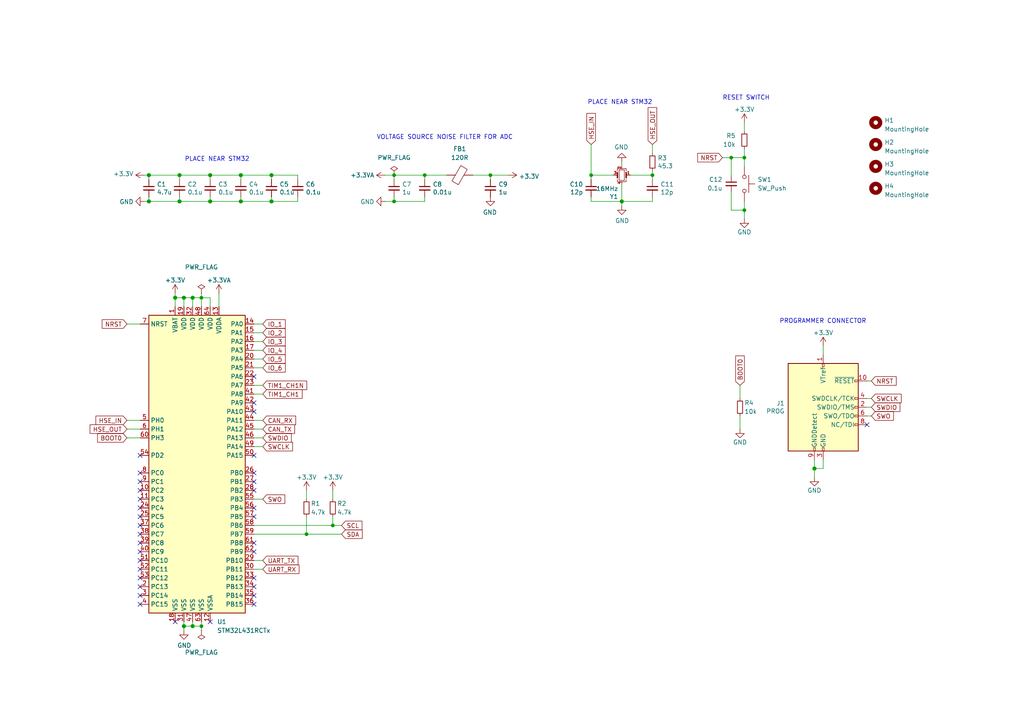
<source format=kicad_sch>
(kicad_sch (version 20230121) (generator eeschema)
  (paper "A4")
  (lib_symbols
    (symbol "Connector:Conn_ARM_JTAG_SWD_10" (pin_names (offset 1.016))
      (property "Reference" "J" (at -2.54 16.51 0))
      (property "Value" "Conn_ARM_JTAG_SWD_10" (at -2.54 13.97 0))
      (symbol "Conn_ARM_JTAG_SWD_10_0_1"
        (rectangle (start -10.16 12.7) (end 10.16 -12.7) (stroke (width 0.254)) (fill (type background)))
        (rectangle (start -2.794 -12.7) (end -2.286 -11.684))
        (rectangle (start -0.254 -12.7) (end 0.254 -11.684))
        (rectangle (start -0.254 12.7) (end 0.254 11.684))
        (rectangle (start 9.144 2.286) (end 10.16 2.794))
        (rectangle (start 10.16 -2.794) (end 9.144 -2.286))
        (rectangle (start 10.16 -0.254) (end 9.144 0.254))
        (rectangle (start 10.16 7.874) (end 9.144 7.366))
      )
      (symbol "Conn_ARM_JTAG_SWD_10_1_1"
        (rectangle (start 9.144 -5.334) (end 10.16 -4.826))
        (pin power_in line (at 0 15.24 270) (length 2.54) (name "VTref") (number "1"))
        (pin open_collector line (at 12.7 7.62 180) (length 2.54) (name "~{RESET}") (number "10"))
        (pin bidirectional line (at 12.7 0 180) (length 2.54) (name "SWDIO/TMS") (number "2"))
        (pin power_in line (at 0 -15.24 90) (length 2.54) (name "GND") (number "3"))
        (pin output line (at 12.7 2.54 180) (length 2.54) (name "SWDCLK/TCK") (number "4"))
        (pin passive line (at 0 -15.24 90) (length 2.54) hide (name "GND") (number "5"))
        (pin input line (at 12.7 -2.54 180) (length 2.54) (name "SWO/TDO") (number "6"))
        (pin no_connect line (at -10.16 0 0) (length 2.54) hide (name "KEY") (number "7"))
        (pin output line (at 12.7 -5.08 180) (length 2.54) (name "NC/TDI") (number "8"))
        (pin passive line (at -2.54 -15.24 90) (length 2.54) (name "GNDDetect") (number "9"))
      )
    )
    (symbol "Device:C_Small" (pin_numbers hide) (pin_names (offset 0.254) hide)
      (property "Reference" "C" (at 0.254 1.778 0))
      (property "Value" "C_Small" (at 0.254 -2.032 0))
      (symbol "C_Small_0_1"
        (polyline (pts (xy -1.524 -0.508) (xy 1.524 -0.508)) (stroke (width 0.3302)))
        (polyline (pts (xy -1.524 0.508) (xy 1.524 0.508)) (stroke (width 0.3048)))
      )
      (symbol "C_Small_1_1"
        (pin passive line (at 0 2.54 270) (length 2.032) (name "~") (number "1"))
        (pin passive line (at 0 -2.54 90) (length 2.032) (name "~") (number "2"))
      )
    )
    (symbol "Device:Crystal_GND24_Small" (pin_names (offset 1.016) hide)
      (property "Reference" "Y" (at 1.27 4.445 0))
      (property "Value" "Crystal_GND24_Small" (at 1.27 2.54 0))
      (symbol "Crystal_GND24_Small_0_1"
        (rectangle (start -0.762 -1.524) (end 0.762 1.524))
        (polyline (pts (xy -1.27 -0.762) (xy -1.27 0.762)) (stroke (width 0.381)))
        (polyline (pts (xy 1.27 -0.762) (xy 1.27 0.762)) (stroke (width 0.381)))
        (polyline (pts (xy -1.27 -1.27) (xy -1.27 -1.905) (xy 1.27 -1.905) (xy 1.27 -1.27)))
        (polyline (pts (xy -1.27 1.27) (xy -1.27 1.905) (xy 1.27 1.905) (xy 1.27 1.27)))
      )
      (symbol "Crystal_GND24_Small_1_1"
        (pin passive line (at -2.54 0 0) (length 1.27) (name "1") (number "1"))
        (pin passive line (at 0 -2.54 90) (length 0.635) (name "2") (number "2"))
        (pin passive line (at 2.54 0 180) (length 1.27) (name "3") (number "3"))
        (pin passive line (at 0 2.54 270) (length 0.635) (name "4") (number "4"))
      )
    )
    (symbol "Device:FerriteBead" (pin_numbers hide) (pin_names (offset 0))
      (property "Reference" "FB" (at -3.81 0.635 90))
      (property "Value" "FerriteBead" (at 3.81 0 90))
      (symbol "FerriteBead_0_1"
        (polyline (pts (xy 0 -1.27) (xy 0 -1.2192)))
        (polyline (pts (xy 0 1.27) (xy 0 1.2954)))
        (polyline (pts (xy -2.7686 0.4064) (xy -1.7018 2.2606) (xy 2.7686 -0.3048) (xy 1.6764 -2.159) (xy -2.7686 0.4064)))
      )
      (symbol "FerriteBead_1_1"
        (pin passive line (at 0 3.81 270) (length 2.54) (name "~") (number "1"))
        (pin passive line (at 0 -3.81 90) (length 2.54) (name "~") (number "2"))
      )
    )
    (symbol "Device:R_Small" (pin_numbers hide) (pin_names (offset 0.254) hide)
      (property "Reference" "R" (at 0.762 0.508 0))
      (property "Value" "R_Small" (at 0.762 -1.016 0))
      (symbol "R_Small_0_1"
        (rectangle (start -0.762 1.778) (end 0.762 -1.778) (stroke (width 0.2032)))
      )
      (symbol "R_Small_1_1"
        (pin passive line (at 0 2.54 270) (length 0.762) (name "~") (number "1"))
        (pin passive line (at 0 -2.54 90) (length 0.762) (name "~") (number "2"))
      )
    )
    (symbol "Mechanical:MountingHole" (pin_names (offset 1.016))
      (property "Reference" "H" (at 0 5.08 0))
      (property "Value" "MountingHole" (at 0 3.175 0))
      (symbol "MountingHole_0_1"
        (circle (center 0 0) (radius 1.27) (stroke (width 1.27)))
      )
    )
    (symbol "STM32L4-VANTTEC:STM32L431RCTx_v2"
      (property "Reference" "U1" (at 4.5594 -45.72 0))
      (property "Value" "STM32L431RCTx" (at 4.5594 -48.26 0))
      (symbol "STM32L431RCTx_v2_0_1"
        (rectangle (start -15.24 -43.18) (end 12.7 43.18) (stroke (width 0.254)) (fill (type background)))
      )
      (symbol "STM32L431RCTx_v2_1_1"
        (pin power_in line (at -7.62 45.72 270) (length 2.54) (name "VBAT") (number "1"))
        (pin bidirectional line (at -17.78 -7.62 0) (length 2.54) (name "PC2") (number "10"))
        (pin bidirectional line (at -17.78 -10.16 0) (length 2.54) (name "PC3") (number "11"))
        (pin power_in line (at 2.54 -45.72 90) (length 2.54) (name "VSSA") (number "12"))
        (pin power_in line (at 5.08 45.72 270) (length 2.54) (name "VDDA") (number "13"))
        (pin bidirectional line (at 15.24 40.64 180) (length 2.54) (name "PA0") (number "14"))
        (pin bidirectional line (at 15.24 38.1 180) (length 2.54) (name "PA1") (number "15"))
        (pin bidirectional line (at 15.24 35.56 180) (length 2.54) (name "PA2") (number "16"))
        (pin bidirectional line (at 15.24 33.02 180) (length 2.54) (name "PA3") (number "17"))
        (pin power_in line (at -7.62 -45.72 90) (length 2.54) (name "VSS") (number "18"))
        (pin power_in line (at -5.08 45.72 270) (length 2.54) (name "VDD") (number "19"))
        (pin bidirectional line (at -17.78 -35.56 0) (length 2.54) (name "PC13") (number "2"))
        (pin bidirectional line (at 15.24 30.48 180) (length 2.54) (name "PA4") (number "20"))
        (pin bidirectional line (at 15.24 27.94 180) (length 2.54) (name "PA5") (number "21"))
        (pin bidirectional line (at 15.24 25.4 180) (length 2.54) (name "PA6") (number "22"))
        (pin bidirectional line (at 15.24 22.86 180) (length 2.54) (name "PA7") (number "23"))
        (pin bidirectional line (at -17.78 -12.7 0) (length 2.54) (name "PC4") (number "24"))
        (pin bidirectional line (at -17.78 -15.24 0) (length 2.54) (name "PC5") (number "25"))
        (pin bidirectional line (at 15.24 -2.54 180) (length 2.54) (name "PB0") (number "26"))
        (pin bidirectional line (at 15.24 -5.08 180) (length 2.54) (name "PB1") (number "27"))
        (pin bidirectional line (at 15.24 -7.62 180) (length 2.54) (name "PB2") (number "28"))
        (pin bidirectional line (at 15.24 -27.94 180) (length 2.54) (name "PB10") (number "29"))
        (pin bidirectional line (at -17.78 -38.1 0) (length 2.54) (name "PC14") (number "3"))
        (pin bidirectional line (at 15.24 -30.48 180) (length 2.54) (name "PB11") (number "30"))
        (pin power_in line (at -5.08 -45.72 90) (length 2.54) (name "VSS") (number "31"))
        (pin power_in line (at -2.54 45.72 270) (length 2.54) (name "VDD") (number "32"))
        (pin bidirectional line (at 15.24 -33.02 180) (length 2.54) (name "PB12") (number "33"))
        (pin bidirectional line (at 15.24 -35.56 180) (length 2.54) (name "PB13") (number "34"))
        (pin bidirectional line (at 15.24 -38.1 180) (length 2.54) (name "PB14") (number "35"))
        (pin bidirectional line (at 15.24 -40.64 180) (length 2.54) (name "PB15") (number "36"))
        (pin bidirectional line (at -17.78 -17.78 0) (length 2.54) (name "PC6") (number "37"))
        (pin bidirectional line (at -17.78 -20.32 0) (length 2.54) (name "PC7") (number "38"))
        (pin bidirectional line (at -17.78 -22.86 0) (length 2.54) (name "PC8") (number "39"))
        (pin bidirectional line (at -17.78 -40.64 0) (length 2.54) (name "PC15") (number "4"))
        (pin bidirectional line (at -17.78 -25.4 0) (length 2.54) (name "PC9") (number "40"))
        (pin bidirectional line (at 15.24 20.32 180) (length 2.54) (name "PA8") (number "41"))
        (pin bidirectional line (at 15.24 17.78 180) (length 2.54) (name "PA9") (number "42"))
        (pin bidirectional line (at 15.24 15.24 180) (length 2.54) (name "PA10") (number "43"))
        (pin bidirectional line (at 15.24 12.7 180) (length 2.54) (name "PA11") (number "44"))
        (pin bidirectional line (at 15.24 10.16 180) (length 2.54) (name "PA12") (number "45"))
        (pin bidirectional line (at 15.24 7.62 180) (length 2.54) (name "PA13") (number "46"))
        (pin power_in line (at -2.54 -45.72 90) (length 2.54) (name "VSS") (number "47"))
        (pin power_in line (at 0 45.72 270) (length 2.54) (name "VDD") (number "48"))
        (pin bidirectional line (at 15.24 5.08 180) (length 2.54) (name "PA14") (number "49"))
        (pin input line (at -17.78 12.7 0) (length 2.54) (name "PH0") (number "5"))
        (pin bidirectional line (at 15.24 2.54 180) (length 2.54) (name "PA15") (number "50"))
        (pin bidirectional line (at -17.78 -27.94 0) (length 2.54) (name "PC10") (number "51"))
        (pin bidirectional line (at -17.78 -30.48 0) (length 2.54) (name "PC11") (number "52"))
        (pin bidirectional line (at -17.78 -33.02 0) (length 2.54) (name "PC12") (number "53"))
        (pin bidirectional line (at -17.78 2.54 0) (length 2.54) (name "PD2") (number "54"))
        (pin bidirectional line (at 15.24 -10.16 180) (length 2.54) (name "PB3") (number "55"))
        (pin bidirectional line (at 15.24 -12.7 180) (length 2.54) (name "PB4") (number "56"))
        (pin bidirectional line (at 15.24 -15.24 180) (length 2.54) (name "PB5") (number "57"))
        (pin bidirectional line (at 15.24 -17.78 180) (length 2.54) (name "PB6") (number "58"))
        (pin bidirectional line (at 15.24 -20.32 180) (length 2.54) (name "PB7") (number "59"))
        (pin input line (at -17.78 10.16 0) (length 2.54) (name "PH1") (number "6"))
        (pin bidirectional line (at -17.78 7.62 0) (length 2.54) (name "PH3") (number "60"))
        (pin bidirectional line (at 15.24 -22.86 180) (length 2.54) (name "PB8") (number "61"))
        (pin bidirectional line (at 15.24 -25.4 180) (length 2.54) (name "PB9") (number "62"))
        (pin power_in line (at 0 -45.72 90) (length 2.54) (name "VSS") (number "63"))
        (pin power_in line (at 2.54 45.72 270) (length 2.54) (name "VDD") (number "64"))
        (pin input line (at -17.78 40.64 0) (length 2.54) (name "NRST") (number "7"))
        (pin bidirectional line (at -17.78 -2.54 0) (length 2.54) (name "PC0") (number "8"))
        (pin bidirectional line (at -17.78 -5.08 0) (length 2.54) (name "PC1") (number "9"))
      )
    )
    (symbol "Switch:SW_Push" (pin_numbers hide) (pin_names (offset 1.016) hide)
      (property "Reference" "SW" (at 1.27 2.54 0))
      (property "Value" "SW_Push" (at 0 -1.524 0))
      (symbol "SW_Push_0_1"
        (circle (center -2.032 0) (radius 0.508))
        (polyline (pts (xy 0 1.27) (xy 0 3.048)))
        (polyline (pts (xy 2.54 1.27) (xy -2.54 1.27)))
        (circle (center 2.032 0) (radius 0.508))
        (pin passive line (at -5.08 0 0) (length 2.54) (name "1") (number "1"))
        (pin passive line (at 5.08 0 180) (length 2.54) (name "2") (number "2"))
      )
    )
    (symbol "power:+3.3V" (power) (pin_names (offset 0))
      (property "Value" "+3.3V" (at 0 3.556 0))
      (symbol "+3.3V_0_1"
        (polyline (pts (xy -0.762 1.27) (xy 0 2.54)))
        (polyline (pts (xy 0 0) (xy 0 2.54)))
        (polyline (pts (xy 0 2.54) (xy 0.762 1.27)))
      )
      (symbol "+3.3V_1_1"
        (pin power_in line (at 0 0 90) (length 0) hide (name "+3.3V") (number "1"))
      )
    )
    (symbol "power:+3.3VA" (power) (pin_names (offset 0))
      (property "Value" "+3.3VA" (at 0 3.556 0))
      (symbol "+3.3VA_0_1"
        (polyline (pts (xy -0.762 1.27) (xy 0 2.54)))
        (polyline (pts (xy 0 0) (xy 0 2.54)))
        (polyline (pts (xy 0 2.54) (xy 0.762 1.27)))
      )
      (symbol "+3.3VA_1_1"
        (pin power_in line (at 0 0 90) (length 0) hide (name "+3.3VA") (number "1"))
      )
    )
    (symbol "power:GND" (power) (pin_names (offset 0))
      (property "Value" "GND" (at 0 -3.81 0))
      (symbol "GND_0_1"
        (polyline (pts (xy 0 0) (xy 0 -1.27) (xy 1.27 -1.27) (xy 0 -2.54) (xy -1.27 -1.27) (xy 0 -1.27)))
      )
      (symbol "GND_1_1"
        (pin power_in line (at 0 0 270) (length 0) hide (name "GND") (number "1"))
      )
    )
    (symbol "power:PWR_FLAG" (power) (pin_numbers hide) (pin_names (offset 0) hide)
      (property "Value" "PWR_FLAG" (at 0 3.81 0))
      (symbol "PWR_FLAG_0_0"
        (pin power_out line (at 0 0 90) (length 0) (name "pwr") (number "1"))
      )
      (symbol "PWR_FLAG_0_1"
        (polyline (pts (xy 0 0) (xy 0 1.27) (xy -1.016 1.905) (xy 0 2.54) (xy 1.016 1.905) (xy 0 1.27)))
      )
    )
  )
  (junction (at 58.42 86.36))
  (junction (at 69.85 50.8) (diameter 1.016))
  (junction (at 52.07 58.42) (diameter 1.016))
  (junction (at 78.74 58.42) (diameter 1.016))
  (junction (at 69.85 58.42) (diameter 1.016))
  (junction (at 60.96 58.42) (diameter 1.016))
  (junction (at 236.22 135.89) (diameter 1.016))
  (junction (at 114.3 50.8))
  (junction (at 55.88 181.61) (diameter 1.016))
  (junction (at 78.74 50.8) (diameter 1.016))
  (junction (at 58.42 181.61))
  (junction (at 43.18 50.8) (diameter 1.016))
  (junction (at 171.45 50.8))
  (junction (at 215.9 45.72))
  (junction (at 60.96 50.8) (diameter 1.016))
  (junction (at 212.09 45.72))
  (junction (at 189.23 50.8))
  (junction (at 53.34 181.61) (diameter 1.016))
  (junction (at 55.88 86.36) (diameter 1.016))
  (junction (at 215.9 60.96))
  (junction (at 53.34 86.36) (diameter 1.016))
  (junction (at 123.19 50.8))
  (junction (at 96.52 152.4))
  (junction (at 52.07 50.8) (diameter 1.016))
  (junction (at 50.8 86.36) (diameter 1.016))
  (junction (at 43.18 58.42) (diameter 1.016))
  (junction (at 142.24 50.8))
  (junction (at 114.3 58.42))
  (junction (at 88.9 154.94))
  (junction (at 180.34 58.42) (diameter 1.016))
  (no_connect (at 40.64 152.4))
  (no_connect (at 40.64 144.78))
  (no_connect (at 73.66 137.16))
  (no_connect (at 40.64 170.18))
  (no_connect (at 40.64 167.64))
  (no_connect (at 73.66 109.22))
  (no_connect (at 50.8 180.34))
  (no_connect (at 73.66 160.02))
  (no_connect (at 40.64 149.86))
  (no_connect (at 40.64 132.08))
  (no_connect (at 40.64 160.02))
  (no_connect (at 73.66 172.72))
  (no_connect (at 40.64 157.48))
  (no_connect (at 40.64 162.56))
  (no_connect (at 40.64 175.26))
  (no_connect (at 40.64 139.7))
  (no_connect (at 73.66 147.32))
  (no_connect (at 251.46 123.19))
  (no_connect (at 60.96 180.34))
  (no_connect (at 40.64 154.94))
  (no_connect (at 73.66 132.08))
  (no_connect (at 40.64 142.24))
  (no_connect (at 73.66 116.84))
  (no_connect (at 73.66 157.48))
  (no_connect (at 73.66 170.18))
  (no_connect (at 73.66 139.7))
  (no_connect (at 40.64 147.32))
  (no_connect (at 40.64 165.1))
  (no_connect (at 40.64 172.72))
  (no_connect (at 40.64 137.16))
  (no_connect (at 73.66 119.38))
  (no_connect (at 73.66 175.26))
  (no_connect (at 73.66 167.64))
  (no_connect (at 73.66 142.24))
  (no_connect (at 73.66 149.86))
  (wire (pts (xy 212.09 45.72) (xy 212.09 50.8)))
  (wire (pts (xy 214.63 115.57) (xy 214.63 111.76)))
  (wire (pts (xy 238.76 100.33) (xy 238.76 102.87)))
  (wire (pts (xy 214.63 124.46) (xy 214.63 120.65)))
  (wire (pts (xy 53.34 181.61) (xy 53.34 182.88)))
  (wire (pts (xy 52.07 58.42) (xy 52.07 57.15)))
  (wire (pts (xy 142.24 50.8) (xy 147.32 50.8)))
  (wire (pts (xy 123.19 50.8) (xy 129.54 50.8)))
  (wire (pts (xy 52.07 58.42) (xy 60.96 58.42)))
  (wire (pts (xy 182.88 50.8) (xy 189.23 50.8)))
  (wire (pts (xy 69.85 50.8) (xy 69.85 52.07)))
  (wire (pts (xy 212.09 55.88) (xy 212.09 60.96)))
  (wire (pts (xy 73.66 121.92) (xy 76.2 121.92)))
  (wire (pts (xy 53.34 86.36) (xy 53.34 88.9)))
  (wire (pts (xy 111.76 58.42) (xy 114.3 58.42)))
  (wire (pts (xy 73.66 144.78) (xy 76.2 144.78)))
  (wire (pts (xy 73.66 114.3) (xy 76.2 114.3)))
  (wire (pts (xy 58.42 181.61) (xy 55.88 181.61)))
  (wire (pts (xy 73.66 93.98) (xy 76.2 93.98)))
  (wire (pts (xy 180.34 46.99) (xy 180.34 48.26)))
  (wire (pts (xy 50.8 85.09) (xy 50.8 86.36)))
  (wire (pts (xy 180.34 58.42) (xy 189.23 58.42)))
  (wire (pts (xy 142.24 50.8) (xy 142.24 52.07)))
  (wire (pts (xy 88.9 142.24) (xy 88.9 144.78)))
  (wire (pts (xy 69.85 50.8) (xy 78.74 50.8)))
  (wire (pts (xy 60.96 50.8) (xy 60.96 52.07)))
  (wire (pts (xy 53.34 180.34) (xy 53.34 181.61)))
  (wire (pts (xy 86.36 52.07) (xy 86.36 50.8)))
  (wire (pts (xy 73.66 152.4) (xy 96.52 152.4)))
  (wire (pts (xy 55.88 86.36) (xy 55.88 88.9)))
  (wire (pts (xy 137.16 50.8) (xy 142.24 50.8)))
  (wire (pts (xy 60.96 50.8) (xy 69.85 50.8)))
  (wire (pts (xy 99.06 152.4) (xy 96.52 152.4)))
  (wire (pts (xy 73.66 104.14) (xy 76.2 104.14)))
  (wire (pts (xy 73.66 101.6) (xy 76.2 101.6)))
  (wire (pts (xy 171.45 41.91) (xy 171.45 50.8)))
  (wire (pts (xy 52.07 50.8) (xy 60.96 50.8)))
  (wire (pts (xy 36.83 121.92) (xy 40.64 121.92)))
  (wire (pts (xy 73.66 111.76) (xy 76.2 111.76)))
  (wire (pts (xy 212.09 60.96) (xy 215.9 60.96)))
  (wire (pts (xy 251.46 115.57) (xy 252.73 115.57)))
  (wire (pts (xy 215.9 58.42) (xy 215.9 60.96)))
  (wire (pts (xy 53.34 181.61) (xy 55.88 181.61)))
  (wire (pts (xy 58.42 86.36) (xy 60.96 86.36)))
  (wire (pts (xy 78.74 58.42) (xy 86.36 58.42)))
  (wire (pts (xy 171.45 50.8) (xy 177.8 50.8)))
  (wire (pts (xy 114.3 57.15) (xy 114.3 58.42)))
  (wire (pts (xy 189.23 49.53) (xy 189.23 50.8)))
  (wire (pts (xy 251.46 120.65) (xy 252.73 120.65)))
  (wire (pts (xy 58.42 180.34) (xy 58.42 181.61)))
  (wire (pts (xy 41.91 58.42) (xy 43.18 58.42)))
  (wire (pts (xy 60.96 86.36) (xy 60.96 88.9)))
  (wire (pts (xy 171.45 50.8) (xy 171.45 52.07)))
  (wire (pts (xy 58.42 85.09) (xy 58.42 86.36)))
  (wire (pts (xy 43.18 50.8) (xy 43.18 52.07)))
  (wire (pts (xy 69.85 58.42) (xy 69.85 57.15)))
  (wire (pts (xy 215.9 45.72) (xy 215.9 48.26)))
  (wire (pts (xy 114.3 50.8) (xy 123.19 50.8)))
  (wire (pts (xy 73.66 162.56) (xy 76.2 162.56)))
  (wire (pts (xy 73.66 106.68) (xy 76.2 106.68)))
  (wire (pts (xy 50.8 86.36) (xy 53.34 86.36)))
  (wire (pts (xy 251.46 110.49) (xy 252.73 110.49)))
  (wire (pts (xy 73.66 129.54) (xy 76.2 129.54)))
  (wire (pts (xy 123.19 50.8) (xy 123.19 52.07)))
  (wire (pts (xy 58.42 182.88) (xy 58.42 181.61)))
  (wire (pts (xy 111.76 50.8) (xy 114.3 50.8)))
  (wire (pts (xy 50.8 86.36) (xy 50.8 88.9)))
  (wire (pts (xy 36.83 124.46) (xy 40.64 124.46)))
  (wire (pts (xy 88.9 154.94) (xy 99.06 154.94)))
  (wire (pts (xy 114.3 50.8) (xy 114.3 52.07)))
  (wire (pts (xy 114.3 58.42) (xy 123.19 58.42)))
  (wire (pts (xy 73.66 124.46) (xy 76.2 124.46)))
  (wire (pts (xy 215.9 43.18) (xy 215.9 45.72)))
  (wire (pts (xy 236.22 135.89) (xy 238.76 135.89)))
  (wire (pts (xy 58.42 86.36) (xy 58.42 88.9)))
  (wire (pts (xy 43.18 58.42) (xy 43.18 57.15)))
  (wire (pts (xy 52.07 50.8) (xy 52.07 52.07)))
  (wire (pts (xy 96.52 149.86) (xy 96.52 152.4)))
  (wire (pts (xy 123.19 57.15) (xy 123.19 58.42)))
  (wire (pts (xy 73.66 127) (xy 76.2 127)))
  (wire (pts (xy 86.36 58.42) (xy 86.36 57.15)))
  (wire (pts (xy 96.52 142.24) (xy 96.52 144.78)))
  (wire (pts (xy 236.22 135.89) (xy 236.22 138.43)))
  (wire (pts (xy 43.18 58.42) (xy 52.07 58.42)))
  (wire (pts (xy 171.45 58.42) (xy 171.45 57.15)))
  (wire (pts (xy 189.23 50.8) (xy 189.23 52.07)))
  (wire (pts (xy 73.66 96.52) (xy 76.2 96.52)))
  (wire (pts (xy 43.18 50.8) (xy 52.07 50.8)))
  (wire (pts (xy 88.9 154.94) (xy 88.9 149.86)))
  (wire (pts (xy 73.66 99.06) (xy 76.2 99.06)))
  (wire (pts (xy 55.88 180.34) (xy 55.88 181.61)))
  (wire (pts (xy 78.74 50.8) (xy 78.74 52.07)))
  (wire (pts (xy 60.96 58.42) (xy 69.85 58.42)))
  (wire (pts (xy 171.45 58.42) (xy 180.34 58.42)))
  (wire (pts (xy 209.55 45.72) (xy 212.09 45.72)))
  (wire (pts (xy 63.5 85.09) (xy 63.5 88.9)))
  (wire (pts (xy 36.83 127) (xy 40.64 127)))
  (wire (pts (xy 189.23 58.42) (xy 189.23 57.15)))
  (wire (pts (xy 180.34 53.34) (xy 180.34 58.42)))
  (wire (pts (xy 53.34 86.36) (xy 55.88 86.36)))
  (wire (pts (xy 238.76 135.89) (xy 238.76 133.35)))
  (wire (pts (xy 215.9 35.56) (xy 215.9 38.1)))
  (wire (pts (xy 251.46 118.11) (xy 252.73 118.11)))
  (wire (pts (xy 73.66 154.94) (xy 88.9 154.94)))
  (wire (pts (xy 189.23 41.91) (xy 189.23 44.45)))
  (wire (pts (xy 55.88 86.36) (xy 58.42 86.36)))
  (wire (pts (xy 215.9 45.72) (xy 212.09 45.72)))
  (wire (pts (xy 180.34 59.69) (xy 180.34 58.42)))
  (wire (pts (xy 236.22 133.35) (xy 236.22 135.89)))
  (wire (pts (xy 41.91 50.8) (xy 43.18 50.8)))
  (wire (pts (xy 78.74 50.8) (xy 86.36 50.8)))
  (wire (pts (xy 78.74 58.42) (xy 78.74 57.15)))
  (wire (pts (xy 69.85 58.42) (xy 78.74 58.42)))
  (wire (pts (xy 73.66 165.1) (xy 76.2 165.1)))
  (wire (pts (xy 36.83 93.98) (xy 40.64 93.98)))
  (wire (pts (xy 60.96 58.42) (xy 60.96 57.15)))
  (wire (pts (xy 215.9 63.5) (xy 215.9 60.96)))
  (text "RESET SWITCH" (at 209.55 29.21 0) (effects (font (size 1.27 1.27)) (justify left bottom)))
  (text "VOLTAGE SOURCE NOISE FILTER FOR ADC" (at 109.22 40.64 0) (effects (font (size 1.27 1.27)) (justify left bottom)))
  (text "PLACE NEAR STM32" (at 189.23 30.48 0) (effects (font (size 1.27 1.27)) (justify right bottom)))
  (text "PROGRAMMER CONNECTOR" (at 226.06 93.98 0) (effects (font (size 1.27 1.27)) (justify left bottom)))
  (text "PLACE NEAR STM32" (at 72.39 46.99 0) (effects (font (size 1.27 1.27)) (justify right bottom)))
  (global_label "IO_2" (shape input) (at 76.2 96.52 0) (property "Intersheetrefs" "${INTERSHEET_REFS}" (effects hide)))
  (global_label "HSE_OUT" (shape input) (at 36.83 124.46 180) (property "Intersheetrefs" "${INTERSHEET_REFS}" (effects hide)))
  (global_label "HSE_IN" (shape input) (at 36.83 121.92 180) (property "Intersheetrefs" "${INTERSHEET_REFS}" (effects hide)))
  (global_label "SWCLK" (shape input) (at 252.73 115.57 0) (property "Intersheetrefs" "${INTERSHEET_REFS}" (effects hide)))
  (global_label "NRST" (shape input) (at 209.55 45.72 180) (property "Intersheetrefs" "${INTERSHEET_REFS}" (effects hide)))
  (global_label "TIM1_CH1N" (shape input) (at 76.2 111.76 0) (property "Intersheetrefs" "${INTERSHEET_REFS}" (effects hide)))
  (global_label "SWDIO" (shape input) (at 252.73 118.11 0) (property "Intersheetrefs" "${INTERSHEET_REFS}" (effects hide)))
  (global_label "IO_1" (shape input) (at 76.2 93.98 0) (property "Intersheetrefs" "${INTERSHEET_REFS}" (effects hide)))
  (global_label "SCL" (shape input) (at 99.06 152.4 0) (property "Intersheetrefs" "${INTERSHEET_REFS}" (effects hide)))
  (global_label "IO_3" (shape input) (at 76.2 99.06 0) (property "Intersheetrefs" "${INTERSHEET_REFS}" (effects hide)))
  (global_label "SWDIO" (shape input) (at 76.2 127 0) (property "Intersheetrefs" "${INTERSHEET_REFS}" (effects hide)))
  (global_label "HSE_OUT" (shape input) (at 189.23 41.91 90) (property "Intersheetrefs" "${INTERSHEET_REFS}" (effects hide)))
  (global_label "IO_5" (shape input) (at 76.2 104.14 0) (property "Intersheetrefs" "${INTERSHEET_REFS}" (effects hide)))
  (global_label "CAN_RX" (shape input) (at 76.2 121.92 0) (property "Intersheetrefs" "${INTERSHEET_REFS}" (effects hide)))
  (global_label "SWO" (shape input) (at 252.73 120.65 0) (property "Intersheetrefs" "${INTERSHEET_REFS}" (effects hide)))
  (global_label "UART_RX" (shape input) (at 76.2 165.1 0) (property "Intersheetrefs" "${INTERSHEET_REFS}" (effects hide)))
  (global_label "NRST" (shape input) (at 36.83 93.98 180) (property "Intersheetrefs" "${INTERSHEET_REFS}" (effects hide)))
  (global_label "IO_4" (shape input) (at 76.2 101.6 0) (property "Intersheetrefs" "${INTERSHEET_REFS}" (effects hide)))
  (global_label "HSE_IN" (shape input) (at 171.45 41.91 90) (property "Intersheetrefs" "${INTERSHEET_REFS}" (effects hide)))
  (global_label "SWO" (shape input) (at 76.2 144.78 0) (property "Intersheetrefs" "${INTERSHEET_REFS}" (effects hide)))
  (global_label "SWCLK" (shape input) (at 76.2 129.54 0) (property "Intersheetrefs" "${INTERSHEET_REFS}" (effects hide)))
  (global_label "UART_TX" (shape input) (at 76.2 162.56 0) (property "Intersheetrefs" "${INTERSHEET_REFS}" (effects hide)))
  (global_label "BOOT0" (shape input) (at 36.83 127 180) (property "Intersheetrefs" "${INTERSHEET_REFS}" (effects hide)))
  (global_label "NRST" (shape input) (at 252.73 110.49 0) (property "Intersheetrefs" "${INTERSHEET_REFS}" (effects hide)))
  (global_label "SDA" (shape input) (at 99.06 154.94 0) (property "Intersheetrefs" "${INTERSHEET_REFS}" (effects hide)))
  (global_label "BOOT0" (shape input) (at 214.63 111.76 90) (property "Intersheetrefs" "${INTERSHEET_REFS}" (effects hide)))
  (global_label "TIM1_CH1" (shape input) (at 76.2 114.3 0) (property "Intersheetrefs" "${INTERSHEET_REFS}" (effects hide)))
  (global_label "CAN_TX" (shape input) (at 76.2 124.46 0) (property "Intersheetrefs" "${INTERSHEET_REFS}" (effects hide)))
  (global_label "IO_6" (shape input) (at 76.2 106.68 0) (property "Intersheetrefs" "${INTERSHEET_REFS}" (effects hide)))
  (symbol (lib_id "Device:C_Small") (at 78.74 54.61 0) (unit 1)
    (property "Reference" "C5" (at 81.0642 53.4606 0) (effects (justify left)))
    (property "Value" "0.1u" (at 81.064 55.759 0) (effects (justify left)))
    (property "Footprint" "Capacitor_SMD:C_0603_1608Metric" (effects hide))
    (property "LCSC" "C165952" (effects hide))
    (property "PartNumber" "C0603C104K4RECTU" (effects hide))
  )
  (symbol (lib_id "Connector:Conn_ARM_JTAG_SWD_10") (at 238.76 118.11 0) (unit 1)
    (property "Reference" "J1" (at 227.5839 116.9606 0) (effects (justify right)))
    (property "Value" "PROG" (at 227.584 119.259 0) (effects (justify right)))
    (property "Footprint" "Connector_PinHeader_1.27mm:PinHeader_2x05_P1.27mm_Vertical" (effects hide))
    (property "Datasheet" "http://infocenter.arm.com/help/topic/com.arm.doc.ddi0314h/DDI0314H_coresight_components_trm.pdf" (effects hide))
    (property "PartNumber" "62201021121" (effects hide))
  )
  (symbol (lib_id "Device:C_Small") (at 171.45 54.61 0) (mirror y) (unit 1)
    (property "Reference" "C10" (at 169.1258 53.4606 0) (effects (justify left)))
    (property "Value" "12p" (at 169.126 55.759 0) (effects (justify left)))
    (property "Footprint" "Capacitor_SMD:C_0603_1608Metric" (effects hide))
    (property "LCSC" "C38523" (effects hide))
    (property "PartNumber" "C0603C120K5HACTU" (effects hide))
  )
  (symbol (lib_id "Device:C_Small") (at 69.85 54.61 0) (unit 1)
    (property "Reference" "C4" (at 72.1742 53.4606 0) (effects (justify left)))
    (property "Value" "0.1u" (at 72.174 55.759 0) (effects (justify left)))
    (property "Footprint" "Capacitor_SMD:C_0603_1608Metric" (effects hide))
    (property "LCSC" "C165952" (effects hide))
    (property "PartNumber" "C0603C104K4RECTU" (effects hide))
  )
  (symbol (lib_id "Device:R_Small") (at 214.63 118.11 0) (unit 1)
    (property "Reference" "R4" (at 215.9 116.84 0) (effects (justify left)))
    (property "Value" "10k" (at 215.9 119.38 0) (effects (justify left)))
    (property "Footprint" "Resistor_SMD:R_0603_1608Metric" (effects hide))
  )
  (symbol (lib_id "power:+3.3V") (at 50.8 85.09 0) (unit 1)
    (property "Reference" "#PWR04" (effects hide))
    (property "Value" "+3.3V" (at 50.8 81.28 0))
  )
  (symbol (lib_id "Device:C_Small") (at 60.96 54.61 0) (unit 1)
    (property "Reference" "C3" (at 63.2842 53.4606 0) (effects (justify left)))
    (property "Value" "0.1u" (at 63.284 55.759 0) (effects (justify left)))
    (property "Footprint" "Capacitor_SMD:C_0603_1608Metric" (effects hide))
    (property "LCSC" "C165952" (effects hide))
    (property "PartNumber" "C0603C104K4RECTU" (effects hide))
  )
  (symbol (lib_id "power:PWR_FLAG") (at 58.42 85.09 0) (unit 1)
    (property "Reference" "#FLG02" (effects hide))
    (property "Value" "PWR_FLAG" (at 58.42 77.47 0))
  )
  (symbol (lib_id "power:GND") (at 41.91 58.42 270) (unit 1)
    (property "Reference" "#PWR02" (effects hide))
    (property "Value" "GND" (at 38.735 58.5343 90) (effects (justify right)))
  )
  (symbol (lib_id "Mechanical:MountingHole") (at 254 35.56 0) (unit 1)
    (property "Reference" "H1" (at 256.54 34.925 0) (effects (justify left)))
    (property "Value" "MountingHole" (at 256.54 37.465 0) (effects (justify left)))
    (property "Footprint" "MountingHole:MountingHole_2.7mm_M2.5_DIN965_Pad" (effects hide))
  )
  (symbol (lib_id "Device:C_Small") (at 43.18 54.61 0) (unit 1)
    (property "Reference" "C1" (at 45.5042 53.4606 0) (effects (justify left)))
    (property "Value" "4.7u" (at 45.504 55.759 0) (effects (justify left)))
    (property "Footprint" "Capacitor_SMD:C_0603_1608Metric" (effects hide))
    (property "LCSC" "C165952" (effects hide))
    (property "PartNumber" "C0603C104K4RECTU" (effects hide))
  )
  (symbol (lib_id "power:GND") (at 215.9 63.5 0) (unit 1)
    (property "Reference" "#PWR016" (effects hide))
    (property "Value" "GND" (at 215.9 67.31 0))
  )
  (symbol (lib_id "Device:R_Small") (at 189.23 46.99 0) (unit 1)
    (property "Reference" "R3" (at 190.7287 45.8406 0) (effects (justify left)))
    (property "Value" "45.3" (at 190.729 48.139 0) (effects (justify left)))
    (property "Footprint" "Resistor_SMD:R_0603_1608Metric" (effects hide))
    (property "LCSC" "C23182" (effects hide))
    (property "PartNumber" "CRCW060347R0JNEAC" (effects hide))
  )
  (symbol (lib_id "Device:Crystal_GND24_Small") (at 180.34 50.8 180) (unit 1)
    (property "Reference" "Y1" (at 179.3239 57.0294 0) (effects (justify left)))
    (property "Value" "16MHz" (at 179.324 54.731 0) (effects (justify left)))
    (property "Footprint" "Crystal:Crystal_SMD_3225-4Pin_3.2x2.5mm" (effects hide))
    (property "LCSC" "C13738" (effects hide))
    (property "PartNumber" "ECS-160-12-33-AGN-TR" (effects hide))
  )
  (symbol (lib_id "power:GND") (at 214.63 124.46 0) (unit 1)
    (property "Reference" "#PWR019" (effects hide))
    (property "Value" "GND" (at 214.63 128.27 0))
  )
  (symbol (lib_id "Switch:SW_Push") (at 215.9 53.34 270) (unit 1)
    (property "Reference" "SW1" (at 219.71 52.07 90) (effects (justify left)))
    (property "Value" "SW_Push" (at 219.71 54.61 90) (effects (justify left)))
    (property "Footprint" "Button_Switch_SMD:SW_SPST_TL3305A" (effects hide))
  )
  (symbol (lib_id "power:+3.3V") (at 41.91 50.8 90) (unit 1)
    (property "Reference" "#PWR01" (effects hide))
    (property "Value" "+3.3V" (at 38.7349 50.4317 90) (effects (justify left)))
  )
  (symbol (lib_id "Mechanical:MountingHole") (at 254 48.26 0) (unit 1)
    (property "Reference" "H3" (at 256.54 47.625 0) (effects (justify left)))
    (property "Value" "MountingHole" (at 256.54 50.165 0) (effects (justify left)))
    (property "Footprint" "MountingHole:MountingHole_2.7mm_M2.5_DIN965_Pad" (effects hide))
  )
  (symbol (lib_id "power:+3.3V") (at 215.9 35.56 0) (unit 1)
    (property "Reference" "#PWR015" (effects hide))
    (property "Value" "+3.3V" (at 215.9 31.75 0))
  )
  (symbol (lib_id "power:GND") (at 53.34 182.88 0) (unit 1)
    (property "Reference" "#PWR05" (effects hide))
    (property "Value" "GND" (at 53.4543 187.2044 0))
  )
  (symbol (lib_id "Mechanical:MountingHole") (at 254 54.61 0) (unit 1)
    (property "Reference" "H4" (at 256.54 53.975 0) (effects (justify left)))
    (property "Value" "MountingHole" (at 256.54 56.515 0) (effects (justify left)))
    (property "Footprint" "MountingHole:MountingHole_2.7mm_M2.5_DIN965_Pad" (effects hide))
  )
  (symbol (lib_id "Device:C_Small") (at 114.3 54.61 0) (unit 1)
    (property "Reference" "C7" (at 116.6242 53.4606 0) (effects (justify left)))
    (property "Value" "1u" (at 116.624 55.759 0) (effects (justify left)))
    (property "Footprint" "Capacitor_SMD:C_0603_1608Metric" (effects hide))
    (property "LCSC" "C165952" (effects hide))
    (property "PartNumber" "C0603C104K4RECTU" (effects hide))
  )
  (symbol (lib_id "Device:C_Small") (at 142.24 54.61 0) (unit 1)
    (property "Reference" "C9" (at 144.5642 53.4606 0) (effects (justify left)))
    (property "Value" "1u" (at 144.564 55.759 0) (effects (justify left)))
    (property "Footprint" "Capacitor_SMD:C_0603_1608Metric" (effects hide))
    (property "LCSC" "C165952" (effects hide))
    (property "PartNumber" "C0603C104K4RECTU" (effects hide))
  )
  (symbol (lib_id "power:PWR_FLAG") (at 114.3 50.8 0) (unit 1)
    (property "Reference" "#FLG01" (effects hide))
    (property "Value" "PWR_FLAG" (at 114.3 45.72 0))
  )
  (symbol (lib_id "Device:FerriteBead") (at 133.35 50.8 90) (unit 1)
    (property "Reference" "FB1" (at 133.35 43.18 90))
    (property "Value" "120R" (at 133.35 45.72 90))
    (property "Footprint" "Inductor_SMD:L_0603_1608Metric" (effects hide))
  )
  (symbol (lib_id "Device:C_Small") (at 189.23 54.61 0) (unit 1)
    (property "Reference" "C11" (at 191.5542 53.4606 0) (effects (justify left)))
    (property "Value" "12p" (at 191.554 55.759 0) (effects (justify left)))
    (property "Footprint" "Capacitor_SMD:C_0603_1608Metric" (effects hide))
    (property "LCSC" "C38523" (effects hide))
    (property "PartNumber" "C0603C120K5HACTU" (effects hide))
  )
  (symbol (lib_id "Mechanical:MountingHole") (at 254 41.91 0) (unit 1)
    (property "Reference" "H2" (at 256.54 41.275 0) (effects (justify left)))
    (property "Value" "MountingHole" (at 256.54 43.815 0) (effects (justify left)))
    (property "Footprint" "MountingHole:MountingHole_2.7mm_M2.5_DIN965_Pad" (effects hide))
  )
  (symbol (lib_id "Device:R_Small") (at 215.9 40.64 0) (unit 1)
    (property "Reference" "R5" (at 213.36 39.37 0) (effects (justify right)))
    (property "Value" "10k" (at 213.36 41.91 0) (effects (justify right)))
    (property "Footprint" "Resistor_SMD:R_0603_1608Metric" (effects hide))
    (property "PartNumber" "CRCW06030000Z0EBC" (effects hide))
    (property "LCSC" "C101250" (effects hide))
  )
  (symbol (lib_id "STM32L4-VANTTEC:STM32L431RCTx_v2") (at 58.42 134.62 0) (unit 1)
    (property "Reference" "U1" (at 62.9794 180.34 0) (effects (justify left)))
    (property "Value" "STM32L431RCTx" (at 62.9794 182.88 0) (effects (justify left)))
    (property "Footprint" "Package_QFP:LQFP-64_10x10mm_P0.5mm" (effects hide))
    (property "Datasheet" "http://www.st.com/st-web-ui/static/active/en/resource/technical/document/datasheet/DM00257211.pdf" (effects hide))
  )
  (symbol (lib_id "Device:C_Small") (at 86.36 54.61 0) (unit 1)
    (property "Reference" "C6" (at 88.6842 53.4606 0) (effects (justify left)))
    (property "Value" "0.1u" (at 88.684 55.759 0) (effects (justify left)))
    (property "Footprint" "Capacitor_SMD:C_0603_1608Metric" (effects hide))
    (property "LCSC" "C165952" (effects hide))
    (property "PartNumber" "C0603C104K4RECTU" (effects hide))
  )
  (symbol (lib_id "power:GND") (at 180.34 46.99 180) (unit 1)
    (property "Reference" "#PWR024" (effects hide))
    (property "Value" "GND" (at 180.2257 42.6656 0))
  )
  (symbol (lib_id "power:+3.3V") (at 88.9 142.24 0) (unit 1)
    (property "Reference" "#PWR07" (effects hide))
    (property "Value" "+3.3V" (at 88.9 138.43 0))
  )
  (symbol (lib_id "power:+3.3VA") (at 111.76 50.8 90) (unit 1)
    (property "Reference" "#PWR010" (effects hide))
    (property "Value" "+3.3VA" (at 101.6 50.8 90) (effects (justify right)))
  )
  (symbol (lib_id "power:+3.3V") (at 147.32 50.8 270) (unit 1)
    (property "Reference" "#PWR014" (effects hide))
    (property "Value" "+3.3V" (at 150.4951 51.1683 90) (effects (justify left)))
  )
  (symbol (lib_id "power:+3.3V") (at 238.76 100.33 0) (unit 1)
    (property "Reference" "#PWR022" (effects hide))
    (property "Value" "+3.3V" (at 238.76 96.52 0))
  )
  (symbol (lib_id "Device:C_Small") (at 52.07 54.61 0) (unit 1)
    (property "Reference" "C2" (at 54.3942 53.4606 0) (effects (justify left)))
    (property "Value" "0.1u" (at 54.394 55.759 0) (effects (justify left)))
    (property "Footprint" "Capacitor_SMD:C_0603_1608Metric" (effects hide))
    (property "LCSC" "C165952" (effects hide))
    (property "PartNumber" "C0603C104K4RECTU" (effects hide))
  )
  (symbol (lib_id "power:+3.3VA") (at 63.5 85.09 0) (unit 1)
    (property "Reference" "#PWR06" (effects hide))
    (property "Value" "+3.3VA" (at 63.5 81.28 0))
  )
  (symbol (lib_id "Device:R_Small") (at 88.9 147.32 0) (unit 1)
    (property "Reference" "R1" (at 90.17 146.05 0) (effects (justify left)))
    (property "Value" "4.7k" (at 90.17 148.59 0) (effects (justify left)))
    (property "Footprint" "Resistor_SMD:R_0603_1608Metric" (effects hide))
  )
  (symbol (lib_id "power:GND") (at 142.24 57.15 0) (unit 1)
    (property "Reference" "#PWR013" (effects hide))
    (property "Value" "GND" (at 144.145 61.595 0) (effects (justify right)))
  )
  (symbol (lib_id "power:GND") (at 111.76 58.42 270) (unit 1)
    (property "Reference" "#PWR011" (effects hide))
    (property "Value" "GND" (at 108.585 58.5343 90) (effects (justify right)))
  )
  (symbol (lib_id "power:GND") (at 236.22 138.43 0) (unit 1)
    (property "Reference" "#PWR023" (effects hide))
    (property "Value" "GND" (at 236.22 142.24 0))
  )
  (symbol (lib_id "power:GND") (at 180.34 59.69 0) (unit 1)
    (property "Reference" "#PWR025" (effects hide))
    (property "Value" "GND" (at 180.4543 64.0144 0))
  )
  (symbol (lib_id "power:+3.3V") (at 96.52 142.24 0) (unit 1)
    (property "Reference" "#PWR068" (effects hide))
    (property "Value" "+3.3V" (at 96.52 138.43 0))
  )
  (symbol (lib_id "power:PWR_FLAG") (at 58.42 182.88 180) (unit 1)
    (property "Reference" "#FLG03" (effects hide))
    (property "Value" "PWR_FLAG" (at 58.42 189.23 0))
  )
  (symbol (lib_id "Device:R_Small") (at 96.52 147.32 180) (unit 1)
    (property "Reference" "R2" (at 97.79 146.05 0) (effects (justify right)))
    (property "Value" "4.7k" (at 97.79 148.59 0) (effects (justify right)))
    (property "Footprint" "Resistor_SMD:R_0603_1608Metric" (effects hide))
  )
  (symbol (lib_id "Device:C_Small") (at 212.09 53.34 0) (unit 1)
    (property "Reference" "C12" (at 209.55 52.07 0) (effects (justify right)))
    (property "Value" "0.1u" (at 209.55 54.61 0) (effects (justify right)))
    (property "Footprint" "Capacitor_SMD:C_0603_1608Metric" (effects hide))
    (property "PartNumber" "C0603C104K4RECTU" (effects hide))
    (property "LCSC" "C165952" (effects hide))
  )
  (symbol (lib_id "Device:C_Small") (at 123.19 54.61 0) (unit 1)
    (property "Reference" "C8" (at 125.5142 53.4606 0) (effects (justify left)))
    (property "Value" "0.01u" (at 125.514 55.759 0) (effects (justify left)))
    (property "Footprint" "Capacitor_SMD:C_0603_1608Metric" (effects hide))
    (property "LCSC" "C165952" (effects hide))
    (property "PartNumber" "C0603C104K4RECTU" (effects hide))
  )
  (sheet (at 157.48 -31.75) (size 21.59 26.67) (stroke (width 0.1524))
    (property "Sheetname" "IO" (at 157.48 -32.4616 0) (effects (justify left bottom)))
    (property "Sheetfile" "io.kicad_sch" (at 157.48 -4.4954 0) (effects (justify left top)))
  )
  (sheet (at 264.16 -31.75) (size 21.59 26.67) (stroke (width 0.1524))
    (property "Sheetname" "Motors" (at 264.16 -32.4616 0) (effects (justify left bottom)))
    (property "Sheetfile" "motors.kicad_sch" (at 264.16 -4.4954 0) (effects (justify left top)))
  )
  (sheet (at 210.82 -31.75) (size 21.59 26.67) (stroke (width 0.1524))
    (property "Sheetname" "PowerSupply" (at 210.82 -32.4616 0) (effects (justify left bottom)))
    (property "Sheetfile" "power_supply.kicad_sch" (at 210.82 -4.4954 0) (effects (justify left top)))
  )
  (sheet (at 237.49 -31.75) (size 21.59 26.67) (stroke (width 0.1524))
    (property "Sheetname" "Debug" (at 237.49 -32.4616 0) (effects (justify left bottom)))
    (property "Sheetfile" "debug.kicad_sch" (at 237.49 -4.4954 0) (effects (justify left top)))
  )
  (sheet (at 184.15 -31.75) (size 21.59 26.67) (stroke (width 0.1524))
    (property "Sheetname" "Comms" (at 184.15 -32.4616 0) (effects (justify left bottom)))
    (property "Sheetfile" "comms.kicad_sch" (at 184.15 -4.4954 0) (effects (justify left top)))
  )
)
</source>
